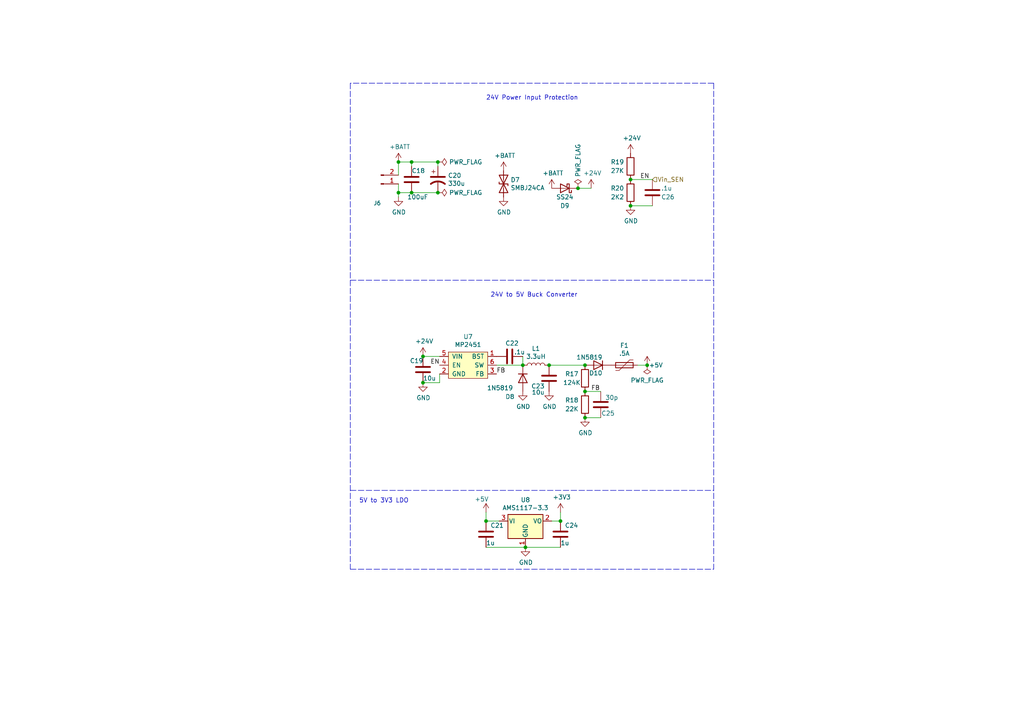
<source format=kicad_sch>
(kicad_sch (version 20211123) (generator eeschema)
  (paper "A4")
  (lib_symbols
    (symbol "Connector:Conn_01x02_Male" (pin_names (offset 1.016) hide)
      (property "Reference" "J" (at 0 2.54 0))
      (property "Value" "Conn_01x02_Male" (at 0 -5.08 0))
      (symbol "Conn_01x02_Male_1_1"
        (polyline (pts (xy 1.27 -2.54) (xy 0.8636 -2.54)) (stroke (width 0.1524)))
        (polyline (pts (xy 1.27 0) (xy 0.8636 0)) (stroke (width 0.1524)))
        (rectangle (start 0.8636 -2.413) (end 0 -2.667) (stroke (width 0.1524)) (fill (type outline)))
        (rectangle (start 0.8636 0.127) (end 0 -0.127) (stroke (width 0.1524)) (fill (type outline)))
        (pin passive line (at 5.08 0 180) (length 3.81) (name "Pin_1") (number "1"))
        (pin passive line (at 5.08 -2.54 180) (length 3.81) (name "Pin_2") (number "2"))
      )
    )
    (symbol "Device:C" (pin_numbers hide) (pin_names (offset 0.254))
      (property "Reference" "C" (at 0.635 2.54 0))
      (property "Value" "C" (at 0.635 -2.54 0))
      (symbol "C_0_1"
        (polyline (pts (xy -2.032 -0.762) (xy 2.032 -0.762)) (stroke (width 0.508)))
        (polyline (pts (xy -2.032 0.762) (xy 2.032 0.762)) (stroke (width 0.508)))
      )
      (symbol "C_1_1"
        (pin passive line (at 0 3.81 270) (length 2.794) (name "~") (number "1"))
        (pin passive line (at 0 -3.81 90) (length 2.794) (name "~") (number "2"))
      )
    )
    (symbol "Device:CP1" (pin_numbers hide) (pin_names (offset 0.254) hide)
      (property "Reference" "C" (at 0.635 2.54 0))
      (property "Value" "Device_CP1" (at 0.635 -2.54 0))
      (symbol "CP1_0_1"
        (polyline (pts (xy -2.032 0.762) (xy 2.032 0.762)) (stroke (width 0.508)))
        (polyline (pts (xy -1.778 2.286) (xy -0.762 2.286)))
        (polyline (pts (xy -1.27 1.778) (xy -1.27 2.794)))
        (arc (start 2.032 -1.27) (mid 0 -0.5572) (end -2.032 -1.27) (stroke (width 0.508)))
      )
      (symbol "CP1_1_1"
        (pin passive line (at 0 3.81 270) (length 2.794) (name "~") (number "1"))
        (pin passive line (at 0 -3.81 90) (length 3.302) (name "~") (number "2"))
      )
    )
    (symbol "Device:D_Schottky" (pin_numbers hide) (pin_names (offset 1.016) hide)
      (property "Reference" "D" (at 0 2.54 0))
      (property "Value" "D_Schottky" (at 0 -2.54 0))
      (symbol "D_Schottky_0_1"
        (polyline (pts (xy 1.27 0) (xy -1.27 0)))
        (polyline (pts (xy 1.27 1.27) (xy 1.27 -1.27) (xy -1.27 0) (xy 1.27 1.27)) (stroke (width 0.254)))
        (polyline (pts (xy -1.905 0.635) (xy -1.905 1.27) (xy -1.27 1.27) (xy -1.27 -1.27) (xy -0.635 -1.27) (xy -0.635 -0.635)) (stroke (width 0.254)))
      )
      (symbol "D_Schottky_1_1"
        (pin passive line (at -3.81 0 0) (length 2.54) (name "K") (number "1"))
        (pin passive line (at 3.81 0 180) (length 2.54) (name "A") (number "2"))
      )
    )
    (symbol "Device:D_TVS" (pin_numbers hide) (pin_names (offset 1.016) hide)
      (property "Reference" "D" (at 0 2.54 0))
      (property "Value" "D_TVS" (at 0 -2.54 0))
      (symbol "D_TVS_0_1"
        (polyline (pts (xy 1.27 0) (xy -1.27 0)))
        (polyline (pts (xy 0.508 1.27) (xy 0 1.27) (xy 0 -1.27) (xy -0.508 -1.27)) (stroke (width 0.254)))
        (polyline (pts (xy -2.54 1.27) (xy -2.54 -1.27) (xy 2.54 1.27) (xy 2.54 -1.27) (xy -2.54 1.27)) (stroke (width 0.254)))
      )
      (symbol "D_TVS_1_1"
        (pin passive line (at -3.81 0 0) (length 2.54) (name "A1") (number "1"))
        (pin passive line (at 3.81 0 180) (length 2.54) (name "A2") (number "2"))
      )
    )
    (symbol "Device:L" (pin_numbers hide) (pin_names (offset 1.016) hide)
      (property "Reference" "L" (at -1.27 0 90))
      (property "Value" "L" (at 1.905 0 90))
      (symbol "L_0_1"
        (arc (start 0 -2.54) (mid 0.635 -1.905) (end 0 -1.27))
        (arc (start 0 -1.27) (mid 0.635 -0.635) (end 0 0))
        (arc (start 0 0) (mid 0.635 0.635) (end 0 1.27))
        (arc (start 0 1.27) (mid 0.635 1.905) (end 0 2.54))
      )
      (symbol "L_1_1"
        (pin passive line (at 0 3.81 270) (length 1.27) (name "1") (number "1"))
        (pin passive line (at 0 -3.81 90) (length 1.27) (name "2") (number "2"))
      )
    )
    (symbol "Device:Polyfuse" (pin_numbers hide) (pin_names (offset 0))
      (property "Reference" "F" (at -2.54 0 90))
      (property "Value" "Polyfuse" (at 2.54 0 90))
      (symbol "Polyfuse_0_1"
        (rectangle (start -0.762 2.54) (end 0.762 -2.54) (stroke (width 0.254)))
        (polyline (pts (xy 0 2.54) (xy 0 -2.54)))
        (polyline (pts (xy -1.524 2.54) (xy -1.524 1.524) (xy 1.524 -1.524) (xy 1.524 -2.54)))
      )
      (symbol "Polyfuse_1_1"
        (pin passive line (at 0 3.81 270) (length 1.27) (name "~") (number "1"))
        (pin passive line (at 0 -3.81 90) (length 1.27) (name "~") (number "2"))
      )
    )
    (symbol "Device:R" (pin_numbers hide) (pin_names (offset 0))
      (property "Reference" "R" (at 2.032 0 90))
      (property "Value" "R" (at 0 0 90))
      (symbol "R_0_1"
        (rectangle (start -1.016 -2.54) (end 1.016 2.54) (stroke (width 0.254)))
      )
      (symbol "R_1_1"
        (pin passive line (at 0 3.81 270) (length 1.27) (name "~") (number "1"))
        (pin passive line (at 0 -3.81 90) (length 1.27) (name "~") (number "2"))
      )
    )
    (symbol "Diode:1N4148WS" (pin_numbers hide) (pin_names (offset 1.016) hide)
      (property "Reference" "D" (at 0 2.54 0))
      (property "Value" "1N4148WS" (at 0 -2.54 0))
      (symbol "1N4148WS_0_1"
        (polyline (pts (xy -1.27 1.27) (xy -1.27 -1.27)) (stroke (width 0.254)))
        (polyline (pts (xy 1.27 0) (xy -1.27 0)))
        (polyline (pts (xy 1.27 1.27) (xy 1.27 -1.27) (xy -1.27 0) (xy 1.27 1.27)) (stroke (width 0.254)))
      )
      (symbol "1N4148WS_1_1"
        (pin passive line (at -3.81 0 0) (length 2.54) (name "K") (number "1"))
        (pin passive line (at 3.81 0 180) (length 2.54) (name "A") (number "2"))
      )
    )
    (symbol "Jeff_Symbols:MP2451" (pin_names (offset 1.016))
      (property "Reference" "U" (at 3.556 2.286 0))
      (property "Value" "Jeff_Symbols_MP2451" (at 8.89 -7.62 0))
      (symbol "MP2451_0_1"
        (rectangle (start 2.54 1.27) (end 13.97 -6.35) (fill (type background)))
      )
      (symbol "MP2451_1_1"
        (pin power_out line (at 16.51 0 180) (length 2.54) (name "BST") (number "1"))
        (pin power_in line (at 0 -5.08 0) (length 2.54) (name "GND") (number "2"))
        (pin input line (at 16.51 -5.08 180) (length 2.54) (name "FB") (number "3"))
        (pin input line (at 0 -2.54 0) (length 2.54) (name "EN") (number "4"))
        (pin power_in line (at 0 0 0) (length 2.54) (name "VIN") (number "5"))
        (pin power_out line (at 16.51 -2.54 180) (length 2.54) (name "SW") (number "6"))
      )
    )
    (symbol "Regulator_Linear:AMS1117-3.3" (pin_names (offset 0.254))
      (property "Reference" "U" (at -3.81 3.175 0))
      (property "Value" "AMS1117-3.3" (at 0 3.175 0))
      (symbol "AMS1117-3.3_0_1"
        (rectangle (start -5.08 -5.08) (end 5.08 1.905) (stroke (width 0.254)) (fill (type background)))
      )
      (symbol "AMS1117-3.3_1_1"
        (pin power_in line (at 0 -7.62 90) (length 2.54) (name "GND") (number "1"))
        (pin power_out line (at 7.62 0 180) (length 2.54) (name "VO") (number "2"))
        (pin power_in line (at -7.62 0 0) (length 2.54) (name "VI") (number "3"))
      )
    )
    (symbol "power:+24V" (power) (pin_names (offset 0))
      (property "Value" "+24V" (at 0 3.556 0))
      (symbol "+24V_0_1"
        (polyline (pts (xy -0.762 1.27) (xy 0 2.54)))
        (polyline (pts (xy 0 0) (xy 0 2.54)))
        (polyline (pts (xy 0 2.54) (xy 0.762 1.27)))
      )
      (symbol "+24V_1_1"
        (pin power_in line (at 0 0 90) (length 0) hide (name "+24V") (number "1"))
      )
    )
    (symbol "power:+3.3V" (power) (pin_names (offset 0))
      (property "Value" "+3.3V" (at 0 3.556 0))
      (symbol "+3.3V_0_1"
        (polyline (pts (xy -0.762 1.27) (xy 0 2.54)))
        (polyline (pts (xy 0 0) (xy 0 2.54)))
        (polyline (pts (xy 0 2.54) (xy 0.762 1.27)))
      )
      (symbol "+3.3V_1_1"
        (pin power_in line (at 0 0 90) (length 0) hide (name "+3V3") (number "1"))
      )
    )
    (symbol "power:+5V" (power) (pin_names (offset 0))
      (property "Value" "+5V" (at 0 3.556 0))
      (symbol "+5V_0_1"
        (polyline (pts (xy -0.762 1.27) (xy 0 2.54)))
        (polyline (pts (xy 0 0) (xy 0 2.54)))
        (polyline (pts (xy 0 2.54) (xy 0.762 1.27)))
      )
      (symbol "+5V_1_1"
        (pin power_in line (at 0 0 90) (length 0) hide (name "+5V") (number "1"))
      )
    )
    (symbol "power:+BATT" (power) (pin_names (offset 0))
      (property "Value" "+BATT" (at 0 3.556 0))
      (symbol "+BATT_0_1"
        (polyline (pts (xy -0.762 1.27) (xy 0 2.54)))
        (polyline (pts (xy 0 0) (xy 0 2.54)))
        (polyline (pts (xy 0 2.54) (xy 0.762 1.27)))
      )
      (symbol "+BATT_1_1"
        (pin power_in line (at 0 0 90) (length 0) hide (name "+BATT") (number "1"))
      )
    )
    (symbol "power:GND" (power) (pin_names (offset 0))
      (property "Value" "GND" (at 0 -3.81 0))
      (symbol "GND_0_1"
        (polyline (pts (xy 0 0) (xy 0 -1.27) (xy 1.27 -1.27) (xy 0 -2.54) (xy -1.27 -1.27) (xy 0 -1.27)))
      )
      (symbol "GND_1_1"
        (pin power_in line (at 0 0 270) (length 0) hide (name "GND") (number "1"))
      )
    )
    (symbol "power:PWR_FLAG" (power) (pin_numbers hide) (pin_names (offset 0) hide)
      (property "Value" "PWR_FLAG" (at 0 3.81 0))
      (symbol "PWR_FLAG_0_0"
        (pin power_out line (at 0 0 90) (length 0) (name "pwr") (number "1"))
      )
      (symbol "PWR_FLAG_0_1"
        (polyline (pts (xy 0 0) (xy 0 1.27) (xy -1.016 1.905) (xy 0 2.54) (xy 1.016 1.905) (xy 0 1.27)))
      )
    )
  )
  (junction (at 115.57 46.99))
  (junction (at 159.258 105.918))
  (junction (at 182.88 59.69))
  (junction (at 187.706 105.918))
  (junction (at 152.4 158.75))
  (junction (at 162.56 151.13))
  (junction (at 119.38 55.88))
  (junction (at 122.682 110.998))
  (junction (at 169.672 113.538))
  (junction (at 127 55.88))
  (junction (at 122.682 103.378))
  (junction (at 167.64 54.61))
  (junction (at 127 46.99))
  (junction (at 169.672 105.918))
  (junction (at 119.38 46.99))
  (junction (at 182.88 52.07))
  (junction (at 169.672 121.158))
  (junction (at 151.638 105.918))
  (junction (at 140.97 151.13))
  (junction (at 115.57 55.88))
  (wire (pts (xy 127 46.99) (xy 119.38 46.99)))
  (wire (pts (xy 159.258 105.918) (xy 169.672 105.918)))
  (wire (pts (xy 151.638 103.378) (xy 151.638 105.918)))
  (wire (pts (xy 169.672 121.158) (xy 174.244 121.158)))
  (wire (pts (xy 119.38 46.99) (xy 119.38 48.26)))
  (wire (pts (xy 169.672 113.538) (xy 174.244 113.538)))
  (wire (pts (xy 152.4 158.75) (xy 162.56 158.75)))
  (wire (pts (xy 189.23 59.69) (xy 182.88 59.69)))
  (polyline (pts (xy 101.6 81.28) (xy 207.01 81.28)))
  (polyline (pts (xy 207.01 24.13) (xy 207.01 165.1)))
  (wire (pts (xy 119.38 55.88) (xy 127 55.88)))
  (polyline (pts (xy 207.01 24.13) (xy 101.6 24.13)))
  (wire (pts (xy 140.97 148.59) (xy 140.97 151.13)))
  (wire (pts (xy 115.57 53.34) (xy 115.57 55.88)))
  (wire (pts (xy 144.78 151.13) (xy 140.97 151.13)))
  (polyline (pts (xy 101.6 24.13) (xy 101.6 165.1)))
  (wire (pts (xy 122.682 103.378) (xy 127.508 103.378)))
  (wire (pts (xy 127.508 110.998) (xy 127.508 108.458)))
  (wire (pts (xy 189.23 52.07) (xy 182.88 52.07)))
  (wire (pts (xy 140.97 158.75) (xy 152.4 158.75)))
  (polyline (pts (xy 101.6 165.1) (xy 207.01 165.1)))
  (wire (pts (xy 122.682 110.998) (xy 127.508 110.998)))
  (wire (pts (xy 115.57 46.99) (xy 119.38 46.99)))
  (wire (pts (xy 115.57 46.99) (xy 115.57 50.8)))
  (wire (pts (xy 115.57 55.88) (xy 115.57 57.15)))
  (wire (pts (xy 160.02 151.13) (xy 162.56 151.13)))
  (wire (pts (xy 167.64 54.61) (xy 171.45 54.61)))
  (wire (pts (xy 184.912 105.918) (xy 187.706 105.918)))
  (wire (pts (xy 119.38 55.88) (xy 115.57 55.88)))
  (wire (pts (xy 162.56 151.13) (xy 162.56 148.59)))
  (wire (pts (xy 151.638 105.918) (xy 144.018 105.918)))
  (polyline (pts (xy 101.6 142.24) (xy 207.01 142.24)))
  (wire (pts (xy 127 46.99) (xy 127 48.26)))
  (text "24V Power Input Protection" (at 140.97 29.21 0) (effects (font (size 1.27 1.27)) (justify left bottom)))
  (text "5V to 3V3 LDO" (at 104.14 146.05 0) (effects (font (size 1.27 1.27)) (justify left bottom)))
  (text "24V to 5V Buck Converter" (at 142.24 86.36 0) (effects (font (size 1.27 1.27)) (justify left bottom)))
  (label "FB" (at 144.018 108.458 0))
  (label "EN" (at 185.674 52.07 0))
  (label "EN" (at 127.508 105.918 180))
  (label "FB" (at 171.45 113.538 0))
  (hierarchical_label "Vin_SEN" (shape input) (at 189.23 52.07 0))
  (symbol (lib_id "power:+5V") (at 187.706 105.918 0) (unit 1)
    (property "Reference" "#PWR059" (effects hide))
    (property "Value" "+5V" (at 190.246 105.918 0))
  )
  (symbol (lib_id "power:PWR_FLAG") (at 187.706 105.918 180) (unit 1)
    (property "Reference" "#FLG06" (effects hide))
    (property "Value" "PWR_FLAG" (at 187.706 110.3122 0))
  )
  (symbol (lib_id "Regulator_Linear:AMS1117-3.3") (at 152.4 151.13 0) (unit 1)
    (property "Reference" "U8" (at 152.4 144.9832 0))
    (property "Value" "AMS1117-3.3" (at 152.4 147.2946 0))
    (property "Footprint" "Package_TO_SOT_SMD:SOT-223-3_TabPin2" (effects hide))
    (property "Datasheet" "http://www.advanced-monolithic.com/pdf/ds1117.pdf" (effects hide))
  )
  (symbol (lib_id "Device:C") (at 140.97 154.94 0) (unit 1)
    (property "Reference" "C21" (at 142.24 152.4 0) (effects (justify left)))
    (property "Value" "1u" (at 140.97 157.48 0) (effects (justify left)))
    (property "Footprint" "Capacitor_SMD:C_0603_1608Metric" (effects hide))
  )
  (symbol (lib_id "Device:C") (at 162.56 154.94 0) (unit 1)
    (property "Reference" "C24" (at 163.83 152.4 0) (effects (justify left)))
    (property "Value" "1u" (at 162.56 157.48 0) (effects (justify left)))
    (property "Footprint" "Capacitor_SMD:C_0603_1608Metric" (effects hide))
  )
  (symbol (lib_id "power:GND") (at 152.4 158.75 0) (unit 1)
    (property "Reference" "#PWR051" (effects hide))
    (property "Value" "GND" (at 152.527 163.1442 0))
  )
  (symbol (lib_id "power:+5V") (at 140.97 148.59 0) (unit 1)
    (property "Reference" "#PWR047" (effects hide))
    (property "Value" "+5V" (at 139.7 144.78 0))
  )
  (symbol (lib_id "power:+3.3V") (at 162.56 148.59 0) (unit 1)
    (property "Reference" "#PWR054" (effects hide))
    (property "Value" "+3.3V" (at 162.941 144.1958 0))
  )
  (symbol (lib_id "Connector:Conn_01x02_Male") (at 110.49 53.34 0) (mirror x)
    (property "Reference" "J6" (at 109.4232 58.928 0) (effects (font (size 1.143 1.143))))
    (property "Value" "MegaFit" (effects hide))
    (property "Footprint" "Connector_Molex:Molex_Mega-Fit_76829-0102_2x01_P5.70mm_Vertical" (effects hide))
    (property "Field4" "PRT-11864" (effects hide))
  )
  (symbol (lib_id "power:GND") (at 115.57 57.15 0)
    (property "Reference" "#PWR044" (effects hide))
    (property "Value" "GND" (at 115.697 61.5442 0))
  )
  (symbol (lib_id "power:PWR_FLAG") (at 127 46.99 270) (unit 1)
    (property "Reference" "#FLG03" (effects hide))
    (property "Value" "PWR_FLAG" (at 130.2512 46.99 90) (effects (justify left)))
  )
  (symbol (lib_id "Device:C") (at 119.38 52.07 0) (unit 1)
    (property "Reference" "C18" (at 119.38 49.53 0) (effects (justify left)))
    (property "Value" "100uF" (at 118.11 57.15 0) (effects (justify left)))
    (property "Footprint" "Capacitor_SMD:C_1210_3225Metric" (effects hide))
  )
  (symbol (lib_id "Device:Polyfuse") (at 181.102 105.918 270) (unit 1)
    (property "Reference" "F1" (at 181.102 100.203 90))
    (property "Value" ".5A" (at 181.102 102.5144 90))
    (property "Footprint" "Fuse:Fuse_0805_2012Metric" (effects hide))
  )
  (symbol (lib_id "Device:R") (at 182.88 48.26 180) (unit 1)
    (property "Reference" "R19" (at 179.07 46.99 0))
    (property "Value" "27K" (at 179.07 49.53 0))
    (property "Footprint" "Resistor_SMD:R_0603_1608Metric" (effects hide))
  )
  (symbol (lib_id "Device:R") (at 182.88 55.88 180) (unit 1)
    (property "Reference" "R20" (at 179.07 54.61 0))
    (property "Value" "2K2" (at 179.07 57.15 0))
    (property "Footprint" "Resistor_SMD:R_0603_1608Metric" (effects hide))
  )
  (symbol (lib_id "power:GND") (at 182.88 59.69 0)
    (property "Reference" "#PWR058" (effects hide))
    (property "Value" "GND" (at 183.007 64.0842 0))
  )
  (symbol (lib_id "Device:C") (at 189.23 55.88 0) (unit 1)
    (property "Reference" "C26" (at 191.77 57.15 0) (effects (justify left)))
    (property "Value" ".1u" (at 191.77 54.61 0) (effects (justify left)))
    (property "Footprint" "Capacitor_SMD:C_0402_1005Metric" (effects hide))
  )
  (symbol (lib_id "Device:D_TVS") (at 146.05 53.34 270) (unit 1)
    (property "Reference" "D7" (at 148.082 52.1716 90) (effects (justify left)))
    (property "Value" "SMBJ24CA" (at 148.082 54.483 90) (effects (justify left)))
    (property "Footprint" "Diode_SMD:D_SMB_Handsoldering" (effects hide))
  )
  (symbol (lib_id "power:GND") (at 146.05 57.15 0)
    (property "Reference" "#PWR049" (effects hide))
    (property "Value" "GND" (at 146.177 61.5442 0))
  )
  (symbol (lib_id "Device:D_Schottky") (at 163.83 54.61 180) (unit 1)
    (property "Reference" "D9" (at 163.83 59.69 0))
    (property "Value" "SS24" (at 163.83 57.15 0))
    (property "Footprint" "Diode_SMD:D_SMA" (effects hide))
  )
  (symbol (lib_id "Device:C") (at 147.828 103.378 270) (unit 1)
    (property "Reference" "C22" (at 146.558 99.568 90) (effects (justify left)))
    (property "Value" ".1u" (at 149.098 102.108 90) (effects (justify left)))
    (property "Footprint" "Capacitor_SMD:C_0603_1608Metric" (effects hide))
  )
  (symbol (lib_id "Device:C") (at 159.258 109.728 180) (unit 1)
    (property "Reference" "C23" (at 157.988 112.014 0) (effects (justify left)))
    (property "Value" "10u" (at 157.988 113.792 0) (effects (justify left)))
    (property "Footprint" "Capacitor_SMD:C_0603_1608Metric" (effects hide))
  )
  (symbol (lib_id "Device:L") (at 155.448 105.918 90) (unit 1)
    (property "Reference" "L1" (at 155.448 101.092 90))
    (property "Value" "3.3uH" (at 155.448 103.4034 90))
    (property "Footprint" "Inductor_SMD:L_Taiyo-Yuden_NR-30xx_HandSoldering" (effects hide))
  )
  (symbol (lib_id "power:GND") (at 151.638 113.538 0) (unit 1)
    (property "Reference" "#PWR050" (effects hide))
    (property "Value" "GND" (at 151.765 117.9322 0))
  )
  (symbol (lib_id "power:GND") (at 159.258 113.538 0) (unit 1)
    (property "Reference" "#PWR052" (effects hide))
    (property "Value" "GND" (at 159.385 117.9322 0))
  )
  (symbol (lib_id "Device:R") (at 169.672 109.728 180) (unit 1)
    (property "Reference" "R17" (at 165.862 108.458 0))
    (property "Value" "124K" (at 165.862 110.998 0))
    (property "Footprint" "Resistor_SMD:R_0603_1608Metric" (effects hide))
  )
  (symbol (lib_id "Device:R") (at 169.672 117.348 180) (unit 1)
    (property "Reference" "R18" (at 165.862 116.078 0))
    (property "Value" "22K" (at 165.862 118.618 0))
    (property "Footprint" "Resistor_SMD:R_0603_1608Metric" (effects hide))
  )
  (symbol (lib_id "power:GND") (at 169.672 121.158 0) (unit 1)
    (property "Reference" "#PWR055" (effects hide))
    (property "Value" "GND" (at 169.799 125.5522 0))
  )
  (symbol (lib_id "power:GND") (at 122.682 110.998 0) (unit 1)
    (property "Reference" "#PWR046" (effects hide))
    (property "Value" "GND" (at 122.809 115.3922 0))
  )
  (symbol (lib_id "Device:C") (at 122.682 107.188 0) (unit 1)
    (property "Reference" "C19" (at 118.872 104.648 0) (effects (justify left)))
    (property "Value" "10u" (at 122.682 109.728 0) (effects (justify left)))
    (property "Footprint" "Capacitor_SMD:C_0603_1608Metric" (effects hide))
  )
  (symbol (lib_id "Jeff_Symbols:MP2451") (at 127.508 103.378 0) (unit 1)
    (property "Reference" "U7" (at 135.763 97.663 0))
    (property "Value" "MP2451" (at 135.763 99.9744 0))
    (property "Footprint" "Package_TO_SOT_SMD:SOT-23-6_Handsoldering" (effects hide))
  )
  (symbol (lib_id "power:PWR_FLAG") (at 167.64 54.61 0) (unit 1)
    (property "Reference" "#FLG05" (effects hide))
    (property "Value" "PWR_FLAG" (at 167.64 51.3588 90) (effects (justify left)))
  )
  (symbol (lib_id "power:PWR_FLAG") (at 127 55.88 270) (unit 1)
    (property "Reference" "#FLG04" (effects hide))
    (property "Value" "PWR_FLAG" (at 130.2512 55.88 90) (effects (justify left)))
  )
  (symbol (lib_id "Device:CP1") (at 127 52.07 0) (unit 1)
    (property "Reference" "C20" (at 129.921 50.9016 0) (effects (justify left)))
    (property "Value" "330u" (at 129.921 53.213 0) (effects (justify left)))
    (property "Footprint" "Capacitor_SMD:CP_Elec_10x10" (effects hide))
  )
  (symbol (lib_id "Device:C") (at 174.244 117.348 180) (unit 1)
    (property "Reference" "C25" (at 178.308 119.888 0) (effects (justify left)))
    (property "Value" "30p" (at 179.324 115.316 0) (effects (justify left)))
    (property "Footprint" "Capacitor_SMD:C_0402_1005Metric" (effects hide))
  )
  (symbol (lib_id "power:+BATT") (at 115.57 46.99 0) (unit 1)
    (property "Reference" "#PWR043" (effects hide))
    (property "Value" "+BATT" (at 115.951 42.5958 0))
  )
  (symbol (lib_id "power:+BATT") (at 146.05 49.53 0) (unit 1)
    (property "Reference" "#PWR048" (effects hide))
    (property "Value" "+BATT" (at 146.431 45.1358 0))
  )
  (symbol (lib_id "power:+BATT") (at 160.02 54.61 0) (unit 1)
    (property "Reference" "#PWR053" (effects hide))
    (property "Value" "+BATT" (at 160.401 50.2158 0))
  )
  (symbol (lib_id "power:+24V") (at 171.45 54.61 0) (unit 1)
    (property "Reference" "#PWR056" (effects hide))
    (property "Value" "+24V" (at 171.831 50.2158 0))
  )
  (symbol (lib_id "power:+24V") (at 182.88 44.45 0) (unit 1)
    (property "Reference" "#PWR057" (effects hide))
    (property "Value" "+24V" (at 183.261 40.0558 0))
  )
  (symbol (lib_id "power:+24V") (at 122.682 103.378 0) (unit 1)
    (property "Reference" "#PWR045" (effects hide))
    (property "Value" "+24V" (at 123.063 98.9838 0))
  )
  (symbol (lib_id "Diode:1N4148WS") (at 151.638 109.728 270)
    (property "Reference" "D8" (at 146.558 115.062 90) (effects (justify left)))
    (property "Value" "1N5819" (at 141.224 112.522 90) (effects (justify left)))
    (property "Footprint" "Diode_SMD:D_SOD-323_HandSoldering" (effects hide))
    (property "Datasheet" "https://www.vishay.com/docs/85751/1n4148ws.pdf" (effects hide))
  )
  (symbol (lib_id "Diode:1N4148WS") (at 173.482 105.918 180)
    (property "Reference" "D10" (at 174.752 108.204 0) (effects (justify left)))
    (property "Value" "1N5819" (at 174.752 103.632 0) (effects (justify left)))
    (property "Footprint" "Diode_SMD:D_SOD-323_HandSoldering" (effects hide))
    (property "Datasheet" "https://www.vishay.com/docs/85751/1n4148ws.pdf" (effects hide))
  )
)
</source>
